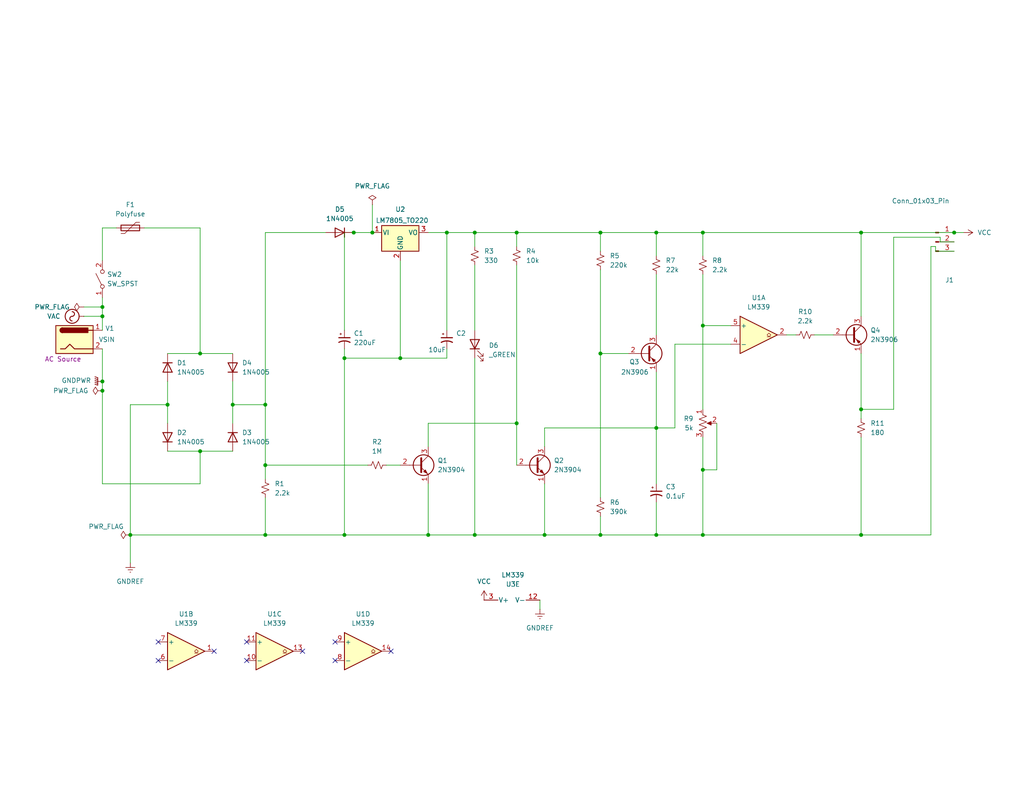
<source format=kicad_sch>
(kicad_sch (version 20250114) (generator "eeschema") (generator_version "9.0")
  (paper "A")
  (title_block (title "CMPE2150 PWM Generator - blaxtonfisher1") (date "2025-12-06") (rev "0") (company "Nait CNT") (comment 1 "Brody Laxton"))
  (lib_symbols
    (symbol "Comparator:LM339" (pin_names (offset 0.127))
      (property "Reference" "U" (at 0 5.08 0))
      (property "Value" "LM339" (at 0 -5.08 0))
      (symbol "LM339_1_1"
        (polyline (pts (xy -5.08 5.08) (xy 5.08 0) (xy -5.08 -5.08) (xy -5.08 5.08)) (stroke (width 0.254)) (fill (type background)))
        (polyline (pts (xy 3.302 -0.508) (xy 2.794 -0.508) (xy 3.302 0) (xy 2.794 0.508) (xy 2.286 0) (xy 2.794 -0.508) (xy 2.286 -0.508)) (stroke (width 0.127)))
        (pin input line (at -7.62 2.54 0) (length 2.54) (name "+") (number "5"))
        (pin input line (at -7.62 -2.54 0) (length 2.54) (name "-") (number "4"))
        (pin open_collector line (at 7.62 0 180) (length 2.54) (name "~") (number "2"))
      )
      (symbol "LM339_2_1"
        (polyline (pts (xy -5.08 5.08) (xy 5.08 0) (xy -5.08 -5.08) (xy -5.08 5.08)) (stroke (width 0.254)) (fill (type background)))
        (polyline (pts (xy 3.302 -0.508) (xy 2.794 -0.508) (xy 3.302 0) (xy 2.794 0.508) (xy 2.286 0) (xy 2.794 -0.508) (xy 2.286 -0.508)) (stroke (width 0.127)))
        (pin input line (at -7.62 2.54 0) (length 2.54) (name "+") (number "7"))
        (pin input line (at -7.62 -2.54 0) (length 2.54) (name "-") (number "6"))
        (pin open_collector line (at 7.62 0 180) (length 2.54) (name "~") (number "1"))
      )
      (symbol "LM339_3_1"
        (polyline (pts (xy -5.08 5.08) (xy 5.08 0) (xy -5.08 -5.08) (xy -5.08 5.08)) (stroke (width 0.254)) (fill (type background)))
        (polyline (pts (xy 3.302 -0.508) (xy 2.794 -0.508) (xy 3.302 0) (xy 2.794 0.508) (xy 2.286 0) (xy 2.794 -0.508) (xy 2.286 -0.508)) (stroke (width 0.127)))
        (pin input line (at -7.62 2.54 0) (length 2.54) (name "+") (number "11"))
        (pin input line (at -7.62 -2.54 0) (length 2.54) (name "-") (number "10"))
        (pin open_collector line (at 7.62 0 180) (length 2.54) (name "~") (number "13"))
      )
      (symbol "LM339_4_1"
        (polyline (pts (xy -5.08 5.08) (xy 5.08 0) (xy -5.08 -5.08) (xy -5.08 5.08)) (stroke (width 0.254)) (fill (type background)))
        (polyline (pts (xy 3.302 -0.508) (xy 2.794 -0.508) (xy 3.302 0) (xy 2.794 0.508) (xy 2.286 0) (xy 2.794 -0.508) (xy 2.286 -0.508)) (stroke (width 0.127)))
        (pin input line (at -7.62 2.54 0) (length 2.54) (name "+") (number "9"))
        (pin input line (at -7.62 -2.54 0) (length 2.54) (name "-") (number "8"))
        (pin open_collector line (at 7.62 0 180) (length 2.54) (name "~") (number "14"))
      )
      (symbol "LM339_5_1"
        (pin power_in line (at -2.54 7.62 270) (length 3.81) (name "V+") (number "3"))
        (pin power_in line (at -2.54 -7.62 90) (length 3.81) (name "V-") (number "12"))
      )
    )
    (symbol "Connector:Barrel_Jack" (pin_names (offset 1.016))
      (property "Reference" "J" (at 0 5.334 0))
      (property "Value" "Barrel_Jack" (at 0 -5.08 0))
      (symbol "Barrel_Jack_0_1"
        (rectangle (start -5.08 3.81) (end 5.08 -3.81) (stroke (width 0.254)) (fill (type background)))
        (polyline (pts (xy -3.81 -2.54) (xy -2.54 -2.54) (xy -1.27 -1.27) (xy 0 -2.54) (xy 2.54 -2.54) (xy 5.08 -2.54)) (stroke (width 0.254)))
        (arc (start -3.302 1.905) (mid -3.9343 2.54) (end -3.302 3.175) (stroke (width 0.254)))
        (arc (start -3.302 1.905) (mid -3.9343 2.54) (end -3.302 3.175) (stroke (width 0.254)) (fill (type outline)))
        (rectangle (start 3.683 3.175) (end -3.302 1.905) (stroke (width 0.254)) (fill (type outline)))
        (polyline (pts (xy 5.08 2.54) (xy 3.81 2.54)) (stroke (width 0.254)))
      )
      (symbol "Barrel_Jack_1_1"
        (pin passive line (at 7.62 2.54 180) (length 2.54) (name "~") (number "1"))
        (pin passive line (at 7.62 -2.54 180) (length 2.54) (name "~") (number "2"))
      )
    )
    (symbol "Connector:Conn_01x03_Pin" (pin_names (offset 1.016) (hide yes))
      (property "Reference" "J" (at 0 5.08 0))
      (property "Value" "Conn_01x03_Pin" (at 0 -5.08 0))
      (symbol "Conn_01x03_Pin_1_1"
        (rectangle (start 0.8636 2.667) (end 0 2.413) (stroke (width 0.1524)) (fill (type outline)))
        (rectangle (start 0.8636 0.127) (end 0 -0.127) (stroke (width 0.1524)) (fill (type outline)))
        (rectangle (start 0.8636 -2.413) (end 0 -2.667) (stroke (width 0.1524)) (fill (type outline)))
        (polyline (pts (xy 1.27 2.54) (xy 0.8636 2.54)) (stroke (width 0.1524)))
        (polyline (pts (xy 1.27 0) (xy 0.8636 0)) (stroke (width 0.1524)))
        (polyline (pts (xy 1.27 -2.54) (xy 0.8636 -2.54)) (stroke (width 0.1524)))
        (pin passive line (at 5.08 2.54 180) (length 3.81) (name "Pin_1") (number "1"))
        (pin passive line (at 5.08 0 180) (length 3.81) (name "Pin_2") (number "2"))
        (pin passive line (at 5.08 -2.54 180) (length 3.81) (name "Pin_3") (number "3"))
      )
    )
    (symbol "Device:C_Polarized_Small_US" (pin_numbers (hide yes)) (pin_names (offset 0.254) (hide yes))
      (property "Reference" "C" (at 0.254 1.778 0))
      (property "Value" "C_Polarized_Small_US" (at 0.254 -2.032 0))
      (symbol "C_Polarized_Small_US_0_1"
        (polyline (pts (xy -1.524 0.508) (xy 1.524 0.508)) (stroke (width 0.3048)))
        (polyline (pts (xy -1.27 1.524) (xy -0.762 1.524)))
        (polyline (pts (xy -1.016 1.27) (xy -1.016 1.778)))
        (arc (start -1.524 -0.762) (mid 0 -0.3734) (end 1.524 -0.762) (stroke (width 0.3048)))
      )
      (symbol "C_Polarized_Small_US_1_1"
        (pin passive line (at 0 2.54 270) (length 2.032) (name "~") (number "1"))
        (pin passive line (at 0 -2.54 90) (length 2.032) (name "~") (number "2"))
      )
    )
    (symbol "Device:LED" (pin_numbers (hide yes)) (pin_names (offset 1.016) (hide yes))
      (property "Reference" "D" (at 0 2.54 0))
      (property "Value" "LED" (at 0 -2.54 0))
      (symbol "LED_0_1"
        (polyline (pts (xy -3.048 -0.762) (xy -4.572 -2.286) (xy -3.81 -2.286) (xy -4.572 -2.286) (xy -4.572 -1.524)))
        (polyline (pts (xy -1.778 -0.762) (xy -3.302 -2.286) (xy -2.54 -2.286) (xy -3.302 -2.286) (xy -3.302 -1.524)))
        (polyline (pts (xy -1.27 0) (xy 1.27 0)))
        (polyline (pts (xy -1.27 -1.27) (xy -1.27 1.27)) (stroke (width 0.254)))
        (polyline (pts (xy 1.27 -1.27) (xy 1.27 1.27) (xy -1.27 0) (xy 1.27 -1.27)) (stroke (width 0.254)))
      )
      (symbol "LED_1_1"
        (pin passive line (at -3.81 0 0) (length 2.54) (name "K") (number "1"))
        (pin passive line (at 3.81 0 180) (length 2.54) (name "A") (number "2"))
      )
    )
    (symbol "Device:Polyfuse" (pin_numbers (hide yes)) (pin_names (offset 0))
      (property "Reference" "F" (at -2.54 0 90))
      (property "Value" "Polyfuse" (at 2.54 0 90))
      (symbol "Polyfuse_0_1"
        (polyline (pts (xy -1.524 2.54) (xy -1.524 1.524) (xy 1.524 -1.524) (xy 1.524 -2.54)))
        (rectangle (start -0.762 2.54) (end 0.762 -2.54) (stroke (width 0.254)))
        (polyline (pts (xy 0 2.54) (xy 0 -2.54)))
      )
      (symbol "Polyfuse_1_1"
        (pin passive line (at 0 3.81 270) (length 1.27) (name "~") (number "1"))
        (pin passive line (at 0 -3.81 90) (length 1.27) (name "~") (number "2"))
      )
    )
    (symbol "Device:R_Potentiometer_US" (pin_names (offset 1.016) (hide yes))
      (property "Reference" "RV" (at -4.445 0 90))
      (property "Value" "R_Potentiometer_US" (at -2.54 0 90))
      (symbol "R_Potentiometer_US_0_1"
        (polyline (pts (xy 0 2.54) (xy 0 2.286)))
        (polyline (pts (xy 0 2.286) (xy 1.016 1.905) (xy 0 1.524) (xy -1.016 1.143) (xy 0 0.762)))
        (polyline (pts (xy 0 0.762) (xy 1.016 0.381) (xy 0 0) (xy -1.016 -0.381) (xy 0 -0.762)))
        (polyline (pts (xy 0 -0.762) (xy 1.016 -1.143) (xy 0 -1.524) (xy -1.016 -1.905) (xy 0 -2.286)))
        (polyline (pts (xy 0 -2.286) (xy 0 -2.54)))
        (polyline (pts (xy 1.143 0) (xy 2.286 0.508) (xy 2.286 -0.508) (xy 1.143 0)) (fill (type outline)))
        (polyline (pts (xy 2.54 0) (xy 1.524 0)))
      )
      (symbol "R_Potentiometer_US_1_1"
        (pin passive line (at 0 3.81 270) (length 1.27) (name "1") (number "1"))
        (pin passive line (at 0 -3.81 90) (length 1.27) (name "3") (number "3"))
        (pin passive line (at 3.81 0 180) (length 1.27) (name "2") (number "2"))
      )
    )
    (symbol "Device:R_Small_US" (pin_numbers (hide yes)) (pin_names (offset 0.254) (hide yes))
      (property "Reference" "R" (at 0.762 0.508 0))
      (property "Value" "R_Small_US" (at 0.762 -1.016 0))
      (symbol "R_Small_US_1_1"
        (polyline (pts (xy 0 1.524) (xy 1.016 1.143) (xy 0 0.762) (xy -1.016 0.381) (xy 0 0)))
        (polyline (pts (xy 0 0) (xy 1.016 -0.381) (xy 0 -0.762) (xy -1.016 -1.143) (xy 0 -1.524)))
        (pin passive line (at 0 2.54 270) (length 1.016) (name "~") (number "1"))
        (pin passive line (at 0 -2.54 90) (length 1.016) (name "~") (number "2"))
      )
    )
    (symbol "Diode:1N4005" (pin_numbers (hide yes)) (pin_names (hide yes))
      (property "Reference" "D" (at 0 2.54 0))
      (property "Value" "1N4005" (at 0 -2.54 0))
      (symbol "1N4005_0_1"
        (polyline (pts (xy -1.27 1.27) (xy -1.27 -1.27)) (stroke (width 0.254)))
        (polyline (pts (xy 1.27 1.27) (xy 1.27 -1.27) (xy -1.27 0) (xy 1.27 1.27)) (stroke (width 0.254)))
        (polyline (pts (xy 1.27 0) (xy -1.27 0)))
      )
      (symbol "1N4005_1_1"
        (pin passive line (at -3.81 0 0) (length 2.54) (name "K") (number "1"))
        (pin passive line (at 3.81 0 180) (length 2.54) (name "A") (number "2"))
      )
    )
    (symbol "Regulator_Linear:LM7805_TO220" (pin_names (offset 0.254))
      (property "Reference" "U" (at -3.81 3.175 0))
      (property "Value" "LM7805_TO220" (at 0 3.175 0))
      (symbol "LM7805_TO220_0_1"
        (rectangle (start -5.08 1.905) (end 5.08 -5.08) (stroke (width 0.254)) (fill (type background)))
      )
      (symbol "LM7805_TO220_1_1"
        (pin power_in line (at -7.62 0 0) (length 2.54) (name "VI") (number "1"))
        (pin power_in line (at 0 -7.62 90) (length 2.54) (name "GND") (number "2"))
        (pin power_out line (at 7.62 0 180) (length 2.54) (name "VO") (number "3"))
      )
    )
    (symbol "Switch:SW_SPST" (pin_names (offset 0) (hide yes))
      (property "Reference" "SW" (at 0 3.175 0))
      (property "Value" "SW_SPST" (at 0 -2.54 0))
      (symbol "SW_SPST_0_0"
        (circle (center -2.032 0) (radius 0.508))
        (polyline (pts (xy -1.524 0.254) (xy 1.524 1.778)))
        (circle (center 2.032 0) (radius 0.508))
      )
      (symbol "SW_SPST_1_1"
        (pin passive line (at -5.08 0 0) (length 2.54) (name "A") (number "1"))
        (pin passive line (at 5.08 0 180) (length 2.54) (name "B") (number "2"))
      )
    )
    (symbol "Transistor_BJT:2N3904" (pin_names (offset 0) (hide yes))
      (property "Reference" "Q" (at 5.08 1.905 0))
      (property "Value" "2N3904" (at 5.08 0 0))
      (symbol "2N3904_0_1"
        (polyline (pts (xy -2.54 0) (xy 0.635 0)))
        (polyline (pts (xy 0.635 1.905) (xy 0.635 -1.905)) (stroke (width 0.508)))
        (circle (center 1.27 0) (radius 2.8194) (stroke (width 0.254)))
      )
      (symbol "2N3904_1_1"
        (polyline (pts (xy 0.635 0.635) (xy 2.54 2.54)))
        (polyline (pts (xy 0.635 -0.635) (xy 2.54 -2.54)))
        (polyline (pts (xy 1.27 -1.778) (xy 1.778 -1.27) (xy 2.286 -2.286) (xy 1.27 -1.778)) (fill (type outline)))
        (pin input line (at -5.08 0 0) (length 2.54) (name "B") (number "2"))
        (pin passive line (at 2.54 5.08 270) (length 2.54) (name "C") (number "3"))
        (pin passive line (at 2.54 -5.08 90) (length 2.54) (name "E") (number "1"))
      )
    )
    (symbol "Transistor_BJT:2N3906" (pin_names (offset 0) (hide yes))
      (property "Reference" "Q" (at 5.08 1.905 0))
      (property "Value" "2N3906" (at 5.08 0 0))
      (symbol "2N3906_0_1"
        (polyline (pts (xy -2.54 0) (xy 0.635 0)))
        (polyline (pts (xy 0.635 1.905) (xy 0.635 -1.905)) (stroke (width 0.508)))
        (polyline (pts (xy 0.635 0.635) (xy 2.54 2.54)))
        (polyline (pts (xy 0.635 -0.635) (xy 2.54 -2.54)))
        (circle (center 1.27 0) (radius 2.8194) (stroke (width 0.254)))
        (polyline (pts (xy 2.286 -1.778) (xy 1.778 -2.286) (xy 1.27 -1.27) (xy 2.286 -1.778)) (fill (type outline)))
      )
      (symbol "2N3906_1_1"
        (pin input line (at -5.08 0 0) (length 2.54) (name "B") (number "2"))
        (pin passive line (at 2.54 5.08 270) (length 2.54) (name "C") (number "3"))
        (pin passive line (at 2.54 -5.08 90) (length 2.54) (name "E") (number "1"))
      )
    )
    (symbol "power:GNDPWR" (power) (pin_numbers (hide yes)) (pin_names (offset 0) (hide yes))
      (property "Value" "GNDPWR" (at 0 -3.302 0))
      (symbol "GNDPWR_0_1"
        (polyline (pts (xy -1.016 -1.27) (xy -1.27 -2.032) (xy -1.27 -2.032)) (stroke (width 0.2032)))
        (polyline (pts (xy -0.508 -1.27) (xy -0.762 -2.032) (xy -0.762 -2.032)) (stroke (width 0.2032)))
        (polyline (pts (xy 0 -1.27) (xy 0 0)))
        (polyline (pts (xy 0 -1.27) (xy -0.254 -2.032) (xy -0.254 -2.032)) (stroke (width 0.2032)))
        (polyline (pts (xy 0.508 -1.27) (xy 0.254 -2.032) (xy 0.254 -2.032)) (stroke (width 0.2032)))
        (polyline (pts (xy 1.016 -1.27) (xy -1.016 -1.27) (xy -1.016 -1.27)) (stroke (width 0.2032)))
        (polyline (pts (xy 1.016 -1.27) (xy 0.762 -2.032) (xy 0.762 -2.032) (xy 0.762 -2.032)) (stroke (width 0.2032)))
      )
      (symbol "GNDPWR_1_1"
        (pin power_in line (at 0 0 270) (length 0) (name "~") (number "1"))
      )
    )
    (symbol "power:GNDREF" (power) (pin_numbers (hide yes)) (pin_names (offset 0) (hide yes))
      (property "Value" "GNDREF" (at 0 -3.81 0))
      (symbol "GNDREF_0_1"
        (polyline (pts (xy -0.635 -1.905) (xy 0.635 -1.905)))
        (polyline (pts (xy -0.127 -2.54) (xy 0.127 -2.54)))
        (polyline (pts (xy 0 -1.27) (xy 0 0)))
        (polyline (pts (xy 1.27 -1.27) (xy -1.27 -1.27)))
      )
      (symbol "GNDREF_1_1"
        (pin power_in line (at 0 0 270) (length 0) (name "~") (number "1"))
      )
    )
    (symbol "power:PWR_FLAG" (power) (pin_numbers (hide yes)) (pin_names (offset 0) (hide yes))
      (property "Value" "PWR_FLAG" (at 0 3.81 0))
      (symbol "PWR_FLAG_0_0"
        (pin power_out line (at 0 0 90) (length 0) (name "~") (number "1"))
      )
      (symbol "PWR_FLAG_0_1"
        (polyline (pts (xy 0 0) (xy 0 1.27) (xy -1.016 1.905) (xy 0 2.54) (xy 1.016 1.905) (xy 0 1.27)))
      )
    )
    (symbol "power:VAC" (power) (pin_numbers (hide yes)) (pin_names (offset 0) (hide yes))
      (property "Value" "VAC" (at 0 6.35 0))
      (symbol "VAC_0_1"
        (arc (start -1.27 3.175) (mid -0.635 3.8073) (end 0 3.175) (stroke (width 0.254)))
        (circle (center 0 3.175) (radius 1.905) (stroke (width 0.254)))
        (polyline (pts (xy 0 0) (xy 0 1.27)))
        (arc (start 1.27 3.175) (mid 0.635 2.5427) (end 0 3.175) (stroke (width 0.254)))
      )
      (symbol "VAC_1_1"
        (pin power_in line (at 0 0 90) (length 0) (name "~") (number "1"))
      )
    )
    (symbol "power:VCC" (power) (pin_numbers (hide yes)) (pin_names (offset 0) (hide yes))
      (property "Value" "VCC" (at 0 3.556 0))
      (symbol "VCC_0_1"
        (polyline (pts (xy -0.762 1.27) (xy 0 2.54)))
        (polyline (pts (xy 0 2.54) (xy 0.762 1.27)))
        (polyline (pts (xy 0 0) (xy 0 2.54)))
      )
      (symbol "VCC_1_1"
        (pin power_in line (at 0 0 90) (length 0) (name "~") (number "1"))
      )
    )
  )
  (junction (at 93.98 97.79))
  (junction (at 121.92 63.5))
  (junction (at 63.5 110.49))
  (junction (at 140.97 115.57))
  (junction (at 163.83 146.05))
  (junction (at 163.83 96.52))
  (junction (at 179.07 146.05))
  (junction (at 72.39 146.05))
  (junction (at 260.35 63.5))
  (junction (at 35.56 146.05))
  (junction (at 54.61 123.19))
  (junction (at 101.6 63.5))
  (junction (at 191.77 88.9))
  (junction (at 179.07 63.5))
  (junction (at 148.59 146.05))
  (junction (at 27.94 83.82))
  (junction (at 191.77 63.5))
  (junction (at 93.98 146.05))
  (junction (at 54.61 96.52))
  (junction (at 191.77 146.05))
  (junction (at 234.95 146.05))
  (junction (at 72.39 110.49))
  (junction (at 109.22 97.79))
  (junction (at 191.77 128.27))
  (junction (at 140.97 63.5))
  (junction (at 179.07 116.84))
  (junction (at 45.72 110.49))
  (junction (at 129.54 146.05))
  (junction (at 116.84 146.05))
  (junction (at 27.94 106.68))
  (junction (at 234.95 111.76))
  (junction (at 72.39 127))
  (junction (at 27.94 86.36))
  (junction (at 163.83 63.5))
  (junction (at 234.95 63.5))
  (junction (at 96.52 63.5))
  (junction (at 27.94 104.14))
  (junction (at 129.54 63.5))
  (no_connect (at 58.42 177.8))
  (no_connect (at 91.44 180.34))
  (no_connect (at 67.31 180.34))
  (no_connect (at 67.31 175.26))
  (no_connect (at 91.44 175.26))
  (no_connect (at 106.68 177.8))
  (no_connect (at 43.18 180.34))
  (no_connect (at 82.55 177.8))
  (no_connect (at 43.18 175.26))
  (wire (pts (xy 93.98 63.5) (xy 96.52 63.5)))
  (wire (pts (xy 191.77 63.5) (xy 191.77 69.85)))
  (wire (pts (xy 45.72 104.14) (xy 45.72 110.49)))
  (wire (pts (xy 27.94 95.25) (xy 27.94 104.14)))
  (wire (pts (xy 72.39 135.89) (xy 72.39 146.05)))
  (wire (pts (xy 255.27 68.58) (xy 260.35 68.58)))
  (wire (pts (xy 191.77 74.93) (xy 191.77 88.9)))
  (wire (pts (xy 254 67.31) (xy 254 146.05)))
  (wire (pts (xy 27.94 86.36) (xy 22.86 86.36)))
  (wire (pts (xy 234.95 63.5) (xy 260.35 63.5)))
  (wire (pts (xy 101.6 55.88) (xy 101.6 63.5)))
  (wire (pts (xy 105.41 127) (xy 109.22 127)))
  (wire (pts (xy 191.77 119.38) (xy 191.77 128.27)))
  (wire (pts (xy 179.07 137.16) (xy 179.07 146.05)))
  (wire (pts (xy 27.94 86.36) (xy 27.94 90.17)))
  (wire (pts (xy 54.61 62.23) (xy 54.61 96.52)))
  (wire (pts (xy 179.07 101.6) (xy 179.07 116.84)))
  (wire (pts (xy 129.54 63.5) (xy 140.97 63.5)))
  (wire (pts (xy 129.54 97.79) (xy 129.54 146.05)))
  (wire (pts (xy 54.61 123.19) (xy 63.5 123.19)))
  (wire (pts (xy 54.61 96.52) (xy 63.5 96.52)))
  (wire (pts (xy 93.98 95.25) (xy 93.98 97.79)))
  (wire (pts (xy 191.77 88.9) (xy 199.39 88.9)))
  (wire (pts (xy 256.54 64.77) (xy 256.54 66.04)))
  (wire (pts (xy 243.84 64.77) (xy 243.84 111.76)))
  (wire (pts (xy 163.83 63.5) (xy 179.07 63.5)))
  (wire (pts (xy 27.94 83.82) (xy 27.94 86.36)))
  (wire (pts (xy 222.25 91.44) (xy 227.33 91.44)))
  (wire (pts (xy 45.72 96.52) (xy 54.61 96.52)))
  (wire (pts (xy 191.77 128.27) (xy 195.58 128.27)))
  (wire (pts (xy 121.92 97.79) (xy 121.92 95.25)))
  (wire (pts (xy 93.98 97.79) (xy 109.22 97.79)))
  (wire (pts (xy 163.83 96.52) (xy 163.83 73.66)))
  (wire (pts (xy 72.39 146.05) (xy 93.98 146.05)))
  (wire (pts (xy 214.63 91.44) (xy 217.17 91.44)))
  (wire (pts (xy 260.35 63.5) (xy 262.89 63.5)))
  (wire (pts (xy 45.72 110.49) (xy 45.72 115.57)))
  (wire (pts (xy 191.77 63.5) (xy 234.95 63.5)))
  (wire (pts (xy 163.83 146.05) (xy 179.07 146.05)))
  (wire (pts (xy 109.22 71.12) (xy 109.22 97.79)))
  (wire (pts (xy 109.22 97.79) (xy 121.92 97.79)))
  (wire (pts (xy 116.84 132.08) (xy 116.84 146.05)))
  (wire (pts (xy 191.77 128.27) (xy 191.77 146.05)))
  (wire (pts (xy 148.59 146.05) (xy 163.83 146.05)))
  (wire (pts (xy 93.98 146.05) (xy 116.84 146.05)))
  (wire (pts (xy 116.84 63.5) (xy 121.92 63.5)))
  (wire (pts (xy 179.07 63.5) (xy 179.07 69.85)))
  (wire (pts (xy 179.07 146.05) (xy 191.77 146.05)))
  (wire (pts (xy 140.97 63.5) (xy 163.83 63.5)))
  (wire (pts (xy 243.84 64.77) (xy 256.54 64.77)))
  (wire (pts (xy 184.15 116.84) (xy 179.07 116.84)))
  (wire (pts (xy 195.58 115.57) (xy 195.58 128.27)))
  (wire (pts (xy 179.07 63.5) (xy 191.77 63.5)))
  (wire (pts (xy 27.94 83.82) (xy 22.86 83.82)))
  (wire (pts (xy 234.95 63.5) (xy 234.95 86.36)))
  (wire (pts (xy 129.54 72.39) (xy 129.54 90.17)))
  (wire (pts (xy 179.07 74.93) (xy 179.07 91.44)))
  (wire (pts (xy 93.98 63.5) (xy 93.98 90.17)))
  (wire (pts (xy 129.54 146.05) (xy 148.59 146.05)))
  (wire (pts (xy 27.94 71.12) (xy 27.94 62.23)))
  (wire (pts (xy 255.27 67.31) (xy 255.27 68.58)))
  (wire (pts (xy 27.94 106.68) (xy 27.94 132.08)))
  (wire (pts (xy 35.56 110.49) (xy 35.56 146.05)))
  (wire (pts (xy 163.83 96.52) (xy 163.83 135.89)))
  (wire (pts (xy 35.56 146.05) (xy 35.56 153.67)))
  (wire (pts (xy 140.97 115.57) (xy 140.97 72.39)))
  (wire (pts (xy 72.39 127) (xy 100.33 127)))
  (wire (pts (xy 254 67.31) (xy 255.27 67.31)))
  (wire (pts (xy 63.5 110.49) (xy 63.5 115.57)))
  (wire (pts (xy 54.61 132.08) (xy 54.61 123.19)))
  (wire (pts (xy 72.39 110.49) (xy 63.5 110.49)))
  (wire (pts (xy 234.95 146.05) (xy 254 146.05)))
  (wire (pts (xy 184.15 93.98) (xy 184.15 116.84)))
  (wire (pts (xy 140.97 127) (xy 140.97 115.57)))
  (wire (pts (xy 116.84 115.57) (xy 140.97 115.57)))
  (wire (pts (xy 179.07 116.84) (xy 179.07 132.08)))
  (wire (pts (xy 27.94 104.14) (xy 27.94 106.68)))
  (wire (pts (xy 191.77 88.9) (xy 191.77 111.76)))
  (wire (pts (xy 148.59 116.84) (xy 179.07 116.84)))
  (wire (pts (xy 27.94 62.23) (xy 31.75 62.23)))
  (wire (pts (xy 234.95 111.76) (xy 234.95 114.3)))
  (wire (pts (xy 163.83 96.52) (xy 171.45 96.52)))
  (wire (pts (xy 93.98 97.79) (xy 93.98 146.05)))
  (wire (pts (xy 27.94 81.28) (xy 27.94 83.82)))
  (wire (pts (xy 234.95 119.38) (xy 234.95 146.05)))
  (wire (pts (xy 72.39 110.49) (xy 72.39 127)))
  (wire (pts (xy 163.83 140.97) (xy 163.83 146.05)))
  (wire (pts (xy 63.5 104.14) (xy 63.5 110.49)))
  (wire (pts (xy 163.83 63.5) (xy 163.83 68.58)))
  (wire (pts (xy 116.84 121.92) (xy 116.84 115.57)))
  (wire (pts (xy 129.54 63.5) (xy 129.54 67.31)))
  (wire (pts (xy 191.77 146.05) (xy 234.95 146.05)))
  (wire (pts (xy 72.39 63.5) (xy 72.39 110.49)))
  (wire (pts (xy 184.15 93.98) (xy 199.39 93.98)))
  (wire (pts (xy 234.95 96.52) (xy 234.95 111.76)))
  (wire (pts (xy 147.32 163.83) (xy 147.32 166.37)))
  (wire (pts (xy 148.59 116.84) (xy 148.59 121.92)))
  (wire (pts (xy 104.14 63.5) (xy 101.6 63.5)))
  (wire (pts (xy 101.6 63.5) (xy 96.52 63.5)))
  (wire (pts (xy 45.72 123.19) (xy 54.61 123.19)))
  (wire (pts (xy 121.92 63.5) (xy 129.54 63.5)))
  (wire (pts (xy 140.97 63.5) (xy 140.97 67.31)))
  (wire (pts (xy 148.59 132.08) (xy 148.59 146.05)))
  (wire (pts (xy 116.84 146.05) (xy 129.54 146.05)))
  (wire (pts (xy 121.92 63.5) (xy 121.92 90.17)))
  (wire (pts (xy 256.54 66.04) (xy 260.35 66.04)))
  (wire (pts (xy 72.39 146.05) (xy 35.56 146.05)))
  (wire (pts (xy 72.39 63.5) (xy 88.9 63.5)))
  (wire (pts (xy 39.37 62.23) (xy 54.61 62.23)))
  (wire (pts (xy 243.84 111.76) (xy 234.95 111.76)))
  (wire (pts (xy 72.39 127) (xy 72.39 130.81)))
  (wire (pts (xy 35.56 110.49) (xy 45.72 110.49)))
  (wire (pts (xy 27.94 132.08) (xy 54.61 132.08)))
  (symbol (lib_id "Comparator:LM339") (at 99.06 177.8 0) (unit 4)
    (property "Reference" "U1" (at 99.06 167.64 0))
    (property "Value" "LM339" (at 99.06 170.18 0))
    (property "Footprint" "Package_SO:SOIC-14_3.9x8.7mm_P1.27mm" (effects (hide yes)))
    (property "Datasheet" "https://www.st.com/resource/en/datasheet/lm139.pdf" (effects (hide yes)))
    (property "Description" "Quad Differential Comparators, SOIC-14/TSSOP-14" (effects (hide yes)))
  )
  (symbol (lib_id "power:GNDPWR") (at 27.94 104.14 270) (unit 1)
    (property "Reference" "#PWR01" (effects (hide yes)))
    (property "Value" "GNDPWR" (at 20.828 103.886 90))
    (property "Description" "Power symbol creates a global label with name \"GNDPWR\" , global ground" (effects (hide yes)))
  )
  (symbol (lib_id "Device:R_Small_US") (at 191.77 72.39 0) (unit 1)
    (property "Reference" "R8" (at 194.31 71.1199 0) (effects (justify left)))
    (property "Value" "2.2k" (at 194.31 73.6599 0) (effects (justify left)))
    (property "Footprint" "Resistor_SMD:R_0805_2012Metric" (effects (hide yes)))
    (property "Description" "Resistor, small US symbol" (effects (hide yes)))
  )
  (symbol (lib_id "Connector:Barrel_Jack") (at 20.32 92.71 0) (unit 1)
    (property "Reference" "V1" (at 28.702 89.662 0) (effects (justify left)))
    (property "Value" "VSIN" (at 26.924 92.71 0) (effects (justify left)))
    (property "Footprint" "Connector_BarrelJack:BarrelJack_SwitchcraftConxall_RAPC10U_Horizontal" (effects (hide yes)))
    (property "Description" "DC Barrel Jack" (effects (hide yes)))
    (property "Sim.Pins" "1=+ 2=-" (effects (hide yes)))
    (property "Sim.Params" "AC Source" (at 12.192 98.044 0) (effects (justify left)))
    (property "Sim.Type" "SIN" (effects (hide yes)))
    (property "Sim.Device" "V" (effects (hide yes)))
  )
  (symbol (lib_id "Device:LED") (at 129.54 93.98 90) (unit 1)
    (property "Reference" "D6" (at 133.35 94.2974 90) (effects (justify right)))
    (property "Value" "_GREEN" (at 133.35 96.8374 90) (effects (justify right)))
    (property "Footprint" "LED_THT:LED_D5.0mm" (effects (hide yes)))
    (property "Description" "Light emitting diode" (effects (hide yes)))
    (property "Sim.Pins" "1=K 2=A" (effects (hide yes)))
  )
  (symbol (lib_id "Diode:1N4005") (at 45.72 100.33 270) (unit 1)
    (property "Reference" "D1" (at 48.26 99.0599 90) (effects (justify left)))
    (property "Value" "1N4005" (at 48.26 101.5999 90) (effects (justify left)))
    (property "Footprint" "Diode_SMD:D_0805_2012Metric_Pad1.15x1.40mm_HandSolder" (effects (hide yes)))
    (property "Datasheet" "http://www.vishay.com/docs/88503/1n4001.pdf" (effects (hide yes)))
    (property "Description" "600V 1A General Purpose Rectifier Diode, DO-41" (effects (hide yes)))
    (property "Sim.Device" "D" (effects (hide yes)))
    (property "Sim.Pins" "1=K 2=A" (effects (hide yes)))
  )
  (symbol (lib_id "power:VCC") (at 132.08 163.83 0) (unit 1)
    (property "Reference" "#PWR03" (effects (hide yes)))
    (property "Value" "VCC" (at 132.08 158.75 0))
    (property "Description" "Power symbol creates a global label with name \"VCC\"" (effects (hide yes)))
  )
  (symbol (lib_id "Comparator:LM339") (at 50.8 177.8 0) (unit 2)
    (property "Reference" "U1" (at 50.8 167.64 0))
    (property "Value" "LM339" (at 50.8 170.18 0))
    (property "Footprint" "Package_SO:SOIC-14_3.9x8.7mm_P1.27mm" (effects (hide yes)))
    (property "Datasheet" "https://www.st.com/resource/en/datasheet/lm139.pdf" (effects (hide yes)))
    (property "Description" "Quad Differential Comparators, SOIC-14/TSSOP-14" (effects (hide yes)))
  )
  (symbol (lib_id "power:PWR_FLAG") (at 27.94 106.68 90) (unit 1)
    (property "Reference" "#FLG02" (effects (hide yes)))
    (property "Value" "PWR_FLAG" (at 24.13 106.6799 90) (effects (justify left)))
    (property "Description" "Special symbol for telling ERC where power comes from" (effects (hide yes)))
  )
  (symbol (lib_id "Device:R_Small_US") (at 234.95 116.84 0) (unit 1)
    (property "Reference" "R11" (at 237.49 115.5699 0) (effects (justify left)))
    (property "Value" "180" (at 237.49 118.1099 0) (effects (justify left)))
    (property "Description" "Resistor, small US symbol" (effects (hide yes)))
  )
  (symbol (lib_id "power:PWR_FLAG") (at 35.56 146.05 90) (unit 1)
    (property "Reference" "#FLG03" (effects (hide yes)))
    (property "Value" "PWR_FLAG" (at 28.956 143.764 90))
    (property "Description" "Special symbol for telling ERC where power comes from" (effects (hide yes)))
  )
  (symbol (lib_id "Comparator:LM339") (at 74.93 177.8 0) (unit 3)
    (property "Reference" "U1" (at 74.93 167.64 0))
    (property "Value" "LM339" (at 74.93 170.18 0))
    (property "Footprint" "Package_SO:SOIC-14_3.9x8.7mm_P1.27mm" (effects (hide yes)))
    (property "Datasheet" "https://www.st.com/resource/en/datasheet/lm139.pdf" (effects (hide yes)))
    (property "Description" "Quad Differential Comparators, SOIC-14/TSSOP-14" (effects (hide yes)))
  )
  (symbol (lib_id "Device:C_Polarized_Small_US") (at 179.07 134.62 0) (unit 1)
    (property "Reference" "C3" (at 181.61 132.9181 0) (effects (justify left)))
    (property "Value" "0.1uF" (at 181.61 135.4581 0) (effects (justify left)))
    (property "Footprint" "Capacitor_SMD:C_0805_2012Metric_Pad1.18x1.45mm_HandSolder" (effects (hide yes)))
    (property "Description" "Polarized capacitor, small US symbol" (effects (hide yes)))
  )
  (symbol (lib_id "Connector:Conn_01x03_Pin") (at 255.27 66.04 0) (unit 1)
    (property "Reference" "J1" (at 259.08 76.454 0))
    (property "Value" "Conn_01x03_Pin" (at 251.206 54.864 0))
    (property "Footprint" "Connector_PinHeader_2.54mm:PinHeader_1x03_P2.54mm_Horizontal" (effects (hide yes)))
    (property "Description" "Generic connector, single row, 01x03, script generated" (effects (hide yes)))
  )
  (symbol (lib_id "Device:R_Small_US") (at 102.87 127 90) (unit 1)
    (property "Reference" "R2" (at 102.87 120.65 90))
    (property "Value" "1M" (at 102.87 123.19 90))
    (property "Footprint" "Resistor_SMD:R_0805_2012Metric" (effects (hide yes)))
    (property "Description" "Resistor, small US symbol" (effects (hide yes)))
  )
  (symbol (lib_id "Device:R_Small_US") (at 163.83 138.43 0) (unit 1)
    (property "Reference" "R6" (at 166.37 137.1599 0) (effects (justify left)))
    (property "Value" "390k" (at 166.37 139.6999 0) (effects (justify left)))
    (property "Footprint" "Resistor_SMD:R_0805_2012Metric" (effects (hide yes)))
    (property "Description" "Resistor, small US symbol" (effects (hide yes)))
  )
  (symbol (lib_id "Comparator:LM339") (at 139.7 161.29 90) (unit 5)
    (property "Reference" "U3" (at 139.954 159.512 90))
    (property "Value" "LM339" (at 139.954 156.972 90))
    (property "Footprint" "Package_SO:SOIC-14_3.9x8.7mm_P1.27mm" (effects (hide yes)))
    (property "Datasheet" "https://www.st.com/resource/en/datasheet/lm139.pdf" (effects (hide yes)))
    (property "Description" "Quad Differential Comparators, SOIC-14/TSSOP-14" (effects (hide yes)))
  )
  (symbol (lib_id "power:GNDREF") (at 147.32 166.37 0) (unit 1)
    (property "Reference" "#PWR06" (effects (hide yes)))
    (property "Value" "GNDREF" (at 147.32 171.45 0))
    (property "Description" "Power symbol creates a global label with name \"GNDREF\" , reference supply ground" (effects (hide yes)))
  )
  (symbol (lib_id "Device:R_Small_US") (at 179.07 72.39 0) (unit 1)
    (property "Reference" "R7" (at 181.61 71.1199 0) (effects (justify left)))
    (property "Value" "22k" (at 181.61 73.6599 0) (effects (justify left)))
    (property "Footprint" "Resistor_SMD:R_0805_2012Metric" (effects (hide yes)))
    (property "Description" "Resistor, small US symbol" (effects (hide yes)))
  )
  (symbol (lib_id "Device:C_Polarized_Small_US") (at 93.98 92.71 0) (unit 1)
    (property "Reference" "C1" (at 96.52 91.0081 0) (effects (justify left)))
    (property "Value" "220uF" (at 96.52 93.5481 0) (effects (justify left)))
    (property "Footprint" "Capacitor_THT:CP_Radial_D10.0mm_P5.00mm" (effects (hide yes)))
    (property "Datasheet" "https://industrial.panasonic.com/cdbs/www-data/pdf/RDF0000/ABA0000C1259.pdf" (effects (hide yes)))
    (property "Description" "Polarized capacitor, small US symbol" (effects (hide yes)))
  )
  (symbol (lib_id "Device:C_Polarized_Small_US") (at 121.92 92.71 0) (unit 1)
    (property "Reference" "C2" (at 124.46 91.0081 0) (effects (justify left)))
    (property "Value" "10uF" (at 116.84 95.504 0) (effects (justify left)))
    (property "Footprint" "Capacitor_THT:CP_Radial_D10.0mm_P5.00mm" (effects (hide yes)))
    (property "Datasheet" "https://industrial.panasonic.com/cdbs/www-data/pdf/RDF0000/ABA0000C1259.pdf" (effects (hide yes)))
    (property "Description" "Polarized capacitor, small US symbol" (effects (hide yes)))
  )
  (symbol (lib_id "Transistor_BJT:2N3904") (at 146.05 127 0) (unit 1)
    (property "Reference" "Q2" (at 151.13 125.7299 0) (effects (justify left)))
    (property "Value" "2N3904" (at 151.13 128.2699 0) (effects (justify left)))
    (property "Footprint" "Package_TO_SOT_SMD:SOT-23" (effects (hide yes)))
    (property "Datasheet" "https://www.onsemi.com/pub/Collateral/2N3903-D.PDF" (effects (hide yes)))
    (property "Description" "0.2A Ic, 40V Vce, Small Signal NPN Transistor, TO-92" (effects (hide yes)))
  )
  (symbol (lib_id "power:VAC") (at 22.86 86.36 90) (unit 1)
    (property "Reference" "#PWR04" (effects (hide yes)))
    (property "Value" "VAC" (at 16.51 86.3599 90) (effects (justify left)))
    (property "Description" "Power symbol creates a global label with name \"VAC\"" (effects (hide yes)))
  )
  (symbol (lib_id "Device:R_Small_US") (at 219.71 91.44 90) (unit 1)
    (property "Reference" "R10" (at 219.71 85.09 90))
    (property "Value" "2.2k" (at 219.71 87.63 90))
    (property "Footprint" "Resistor_SMD:R_0805_2012Metric" (effects (hide yes)))
    (property "Description" "Resistor, small US symbol" (effects (hide yes)))
  )
  (symbol (lib_id "Comparator:LM339") (at 207.01 91.44 0) (unit 1)
    (property "Reference" "U1" (at 207.01 81.28 0))
    (property "Value" "LM339" (at 207.01 83.82 0))
    (property "Footprint" "Package_SO:SOIC-14_3.9x8.7mm_P1.27mm" (effects (hide yes)))
    (property "Datasheet" "https://www.st.com/resource/en/datasheet/lm139.pdf" (effects (hide yes)))
    (property "Description" "Quad Differential Comparators, SOIC-14/TSSOP-14" (effects (hide yes)))
  )
  (symbol (lib_id "Device:Polyfuse") (at 35.56 62.23 90) (unit 1)
    (property "Reference" "F1" (at 35.56 55.88 90))
    (property "Value" "Polyfuse" (at 35.56 58.42 90))
    (property "Footprint" "Fuse:Fuse_Bourns_MF-SM_7.98x5.44mm" (effects (hide yes)))
    (property "Description" "Resettable fuse, polymeric positive temperature coefficient" (effects (hide yes)))
  )
  (symbol (lib_id "Regulator_Linear:LM7805_TO220") (at 109.22 63.5 0) (unit 1)
    (property "Reference" "U2" (at 109.22 57.15 0))
    (property "Value" "LM7805_TO220" (at 109.728 60.198 0))
    (property "Footprint" "Package_TO_SOT_THT:TO-220-3_Vertical" (effects (hide yes)))
    (property "Datasheet" "https://www.onsemi.cn/PowerSolutions/document/MC7800-D.PDF" (effects (hide yes)))
    (property "Description" "Positive 1A 35V Linear Regulator, Fixed Output 5V, TO-220" (effects (hide yes)))
  )
  (symbol (lib_id "Transistor_BJT:2N3906") (at 232.41 91.44 0) (unit 1)
    (property "Reference" "Q4" (at 237.49 90.1699 0) (effects (justify left)))
    (property "Value" "2N3906" (at 237.49 92.7099 0) (effects (justify left)))
    (property "Footprint" "Package_TO_SOT_SMD:SOT-23" (effects (hide yes)))
    (property "Datasheet" "https://www.onsemi.com/pub/Collateral/2N3906-D.PDF" (effects (hide yes)))
    (property "Description" "-0.2A Ic, -40V Vce, Small Signal PNP Transistor, TO-92" (effects (hide yes)))
  )
  (symbol (lib_id "Device:R_Small_US") (at 72.39 133.35 0) (unit 1)
    (property "Reference" "R1" (at 74.93 132.0799 0) (effects (justify left)))
    (property "Value" "2.2k" (at 74.93 134.6199 0) (effects (justify left)))
    (property "Footprint" "Resistor_SMD:R_0805_2012Metric" (effects (hide yes)))
    (property "Description" "Resistor, small US symbol" (effects (hide yes)))
  )
  (symbol (lib_id "Device:R_Small_US") (at 140.97 69.85 0) (unit 1)
    (property "Reference" "R4" (at 143.51 68.5799 0) (effects (justify left)))
    (property "Value" "10k" (at 143.51 71.1199 0) (effects (justify left)))
    (property "Footprint" "Resistor_SMD:R_0805_2012Metric" (effects (hide yes)))
    (property "Description" "Resistor, small US symbol" (effects (hide yes)))
  )
  (symbol (lib_id "Diode:1N4005") (at 63.5 100.33 90) (unit 1)
    (property "Reference" "D4" (at 66.04 99.0599 90) (effects (justify right)))
    (property "Value" "1N4005" (at 66.04 101.5999 90) (effects (justify right)))
    (property "Footprint" "Diode_SMD:D_0805_2012Metric_Pad1.15x1.40mm_HandSolder" (effects (hide yes)))
    (property "Datasheet" "http://www.vishay.com/docs/88503/1n4001.pdf" (effects (hide yes)))
    (property "Description" "600V 1A General Purpose Rectifier Diode, DO-41" (effects (hide yes)))
    (property "Sim.Device" "D" (effects (hide yes)))
    (property "Sim.Pins" "1=K 2=A" (effects (hide yes)))
  )
  (symbol (lib_id "Diode:1N4005") (at 63.5 119.38 270) (unit 1)
    (property "Reference" "D3" (at 66.04 118.1099 90) (effects (justify left)))
    (property "Value" "1N4005" (at 66.04 120.6499 90) (effects (justify left)))
    (property "Footprint" "Diode_SMD:D_0805_2012Metric_Pad1.15x1.40mm_HandSolder" (effects (hide yes)))
    (property "Datasheet" "http://www.vishay.com/docs/88503/1n4001.pdf" (effects (hide yes)))
    (property "Description" "600V 1A General Purpose Rectifier Diode, DO-41" (effects (hide yes)))
    (property "Sim.Device" "D" (effects (hide yes)))
    (property "Sim.Pins" "1=K 2=A" (effects (hide yes)))
  )
  (symbol (lib_id "power:GNDREF") (at 35.56 153.67 0) (unit 1)
    (property "Reference" "#PWR05" (effects (hide yes)))
    (property "Value" "GNDREF" (at 35.56 158.75 0))
    (property "Description" "Power symbol creates a global label with name \"GNDREF\" , reference supply ground" (effects (hide yes)))
  )
  (symbol (lib_id "Diode:1N4005") (at 92.71 63.5 180) (unit 1)
    (property "Reference" "D5" (at 92.71 57.15 0))
    (property "Value" "1N4005" (at 92.71 59.69 0))
    (property "Footprint" "Diode_SMD:D_0805_2012Metric_Pad1.15x1.40mm_HandSolder" (effects (hide yes)))
    (property "Datasheet" "http://www.vishay.com/docs/88503/1n4001.pdf" (effects (hide yes)))
    (property "Description" "600V 1A General Purpose Rectifier Diode, DO-41" (effects (hide yes)))
    (property "Sim.Device" "D" (effects (hide yes)))
    (property "Sim.Pins" "1=K 2=A" (effects (hide yes)))
  )
  (symbol (lib_id "Device:R_Small_US") (at 163.83 71.12 180) (unit 1)
    (property "Reference" "R5" (at 166.37 69.8499 0) (effects (justify right)))
    (property "Value" "220k" (at 166.37 72.3899 0) (effects (justify right)))
    (property "Footprint" "Resistor_SMD:R_0805_2012Metric" (effects (hide yes)))
    (property "Description" "Resistor, small US symbol" (effects (hide yes)))
  )
  (symbol (lib_id "Transistor_BJT:2N3906") (at 176.53 96.52 0) (unit 1)
    (property "Reference" "Q3" (at 171.704 98.806 0) (effects (justify left)))
    (property "Value" "2N3906" (at 169.418 101.6 0) (effects (justify left)))
    (property "Footprint" "Package_TO_SOT_SMD:SOT-23" (effects (hide yes)))
    (property "Datasheet" "https://www.onsemi.com/pub/Collateral/2N3906-D.PDF" (effects (hide yes)))
    (property "Description" "-0.2A Ic, -40V Vce, Small Signal PNP Transistor, TO-92" (effects (hide yes)))
  )
  (symbol (lib_id "Switch:SW_SPST") (at 27.94 76.2 90) (unit 1)
    (property "Reference" "SW2" (at 29.21 74.9299 90) (effects (justify right)))
    (property "Value" "SW_SPST" (at 29.21 77.4699 90) (effects (justify right)))
    (property "Footprint" "Button_Switch_SMD:SW_DIP_SPSTx01_Slide_9.78x4.72mm_W8.61mm_P2.54mm" (effects (hide yes)))
    (property "Description" "Single Pole Single Throw (SPST) switch" (effects (hide yes)))
  )
  (symbol (lib_id "power:PWR_FLAG") (at 22.86 83.82 90) (unit 1)
    (property "Reference" "#FLG01" (effects (hide yes)))
    (property "Value" "PWR_FLAG" (at 19.05 83.8199 90) (effects (justify left)))
    (property "Description" "Special symbol for telling ERC where power comes from" (effects (hide yes)))
  )
  (symbol (lib_id "Diode:1N4005") (at 45.72 119.38 90) (unit 1)
    (property "Reference" "D2" (at 48.26 118.1099 90) (effects (justify right)))
    (property "Value" "1N4005" (at 48.26 120.6499 90) (effects (justify right)))
    (property "Footprint" "Diode_SMD:D_0805_2012Metric_Pad1.15x1.40mm_HandSolder" (effects (hide yes)))
    (property "Datasheet" "http://www.vishay.com/docs/88503/1n4001.pdf" (effects (hide yes)))
    (property "Description" "600V 1A General Purpose Rectifier Diode, DO-41" (effects (hide yes)))
    (property "Sim.Device" "D" (effects (hide yes)))
    (property "Sim.Pins" "1=K 2=A" (effects (hide yes)))
  )
  (symbol (lib_id "power:PWR_FLAG") (at 101.6 55.88 0) (unit 1)
    (property "Reference" "#FLG04" (effects (hide yes)))
    (property "Value" "PWR_FLAG" (at 101.6 50.8 0))
    (property "Description" "Special symbol for telling ERC where power comes from" (effects (hide yes)))
  )
  (symbol (lib_id "Transistor_BJT:2N3904") (at 114.3 127 0) (unit 1)
    (property "Reference" "Q1" (at 119.38 125.7299 0) (effects (justify left)))
    (property "Value" "2N3904" (at 119.38 128.2699 0) (effects (justify left)))
    (property "Footprint" "Package_TO_SOT_SMD:SOT-23" (effects (hide yes)))
    (property "Datasheet" "https://www.onsemi.com/pub/Collateral/2N3903-D.PDF" (effects (hide yes)))
    (property "Description" "0.2A Ic, 40V Vce, Small Signal NPN Transistor, TO-92" (effects (hide yes)))
  )
  (symbol (lib_id "power:VCC") (at 262.89 63.5 270) (unit 1)
    (property "Reference" "#PWR02" (effects (hide yes)))
    (property "Value" "VCC" (at 266.7 63.4999 90) (effects (justify left)))
    (property "Description" "Power symbol creates a global label with name \"VCC\"" (effects (hide yes)))
  )
  (symbol (lib_id "Device:R_Potentiometer_US") (at 191.77 115.57 0) (unit 1)
    (property "Reference" "R9" (at 189.23 114.2999 0) (effects (justify right)))
    (property "Value" "5k" (at 189.23 116.8399 0) (effects (justify right)))
    (property "Footprint" "Potentiometer_THT:Potentiometer_ACP_CA6-H2,5_Horizontal" (effects (hide yes)))
    (property "Description" "Potentiometer, US symbol" (effects (hide yes)))
  )
  (symbol (lib_id "Device:R_Small_US") (at 129.54 69.85 0) (unit 1)
    (property "Reference" "R3" (at 132.08 68.5799 0) (effects (justify left)))
    (property "Value" "330" (at 132.08 71.1199 0) (effects (justify left)))
    (property "Footprint" "Resistor_SMD:R_0805_2012Metric" (effects (hide yes)))
    (property "Description" "Resistor, small US symbol" (effects (hide yes)))
  )
)
</source>
